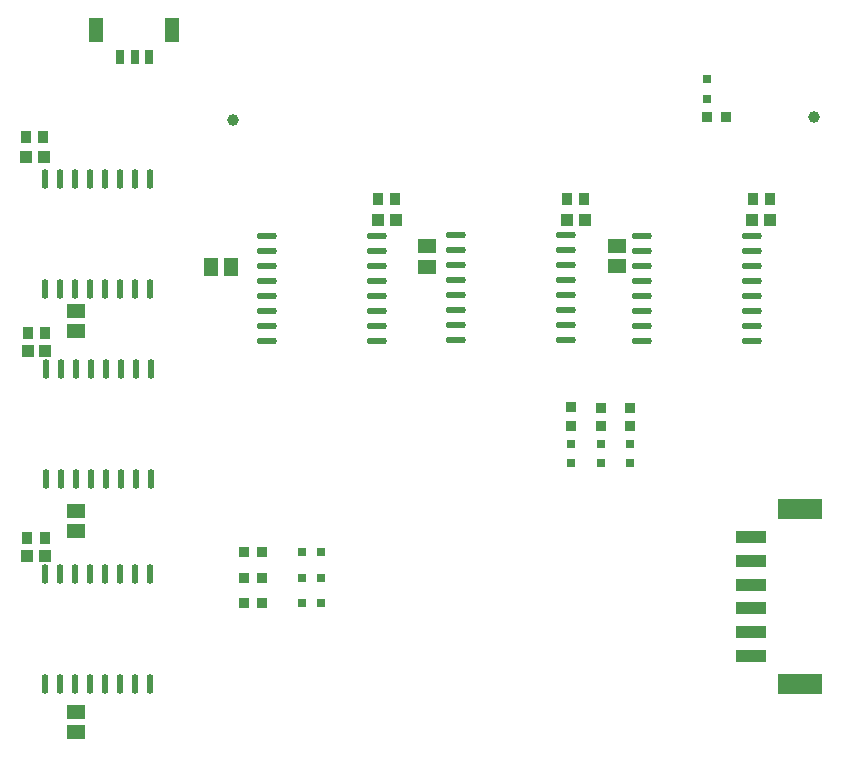
<source format=gtp>
G04*
G04 #@! TF.GenerationSoftware,Altium Limited,Altium Designer,19.1.8 (144)*
G04*
G04 Layer_Color=8421504*
%FSLAX25Y25*%
%MOIN*%
G70*
G01*
G75*
%ADD16R,0.03347X0.03543*%
%ADD17R,0.03543X0.03347*%
%ADD18R,0.04134X0.03937*%
%ADD19R,0.09843X0.03937*%
%ADD20R,0.14961X0.07087*%
%ADD21O,0.06693X0.02165*%
%ADD22O,0.02165X0.06693*%
%ADD23R,0.03150X0.03150*%
%ADD24R,0.03150X0.03150*%
%ADD25R,0.06102X0.04724*%
%ADD26R,0.04724X0.06102*%
%ADD27R,0.05118X0.08465*%
%ADD28R,0.03150X0.04724*%
%ADD29R,0.03740X0.04134*%
%ADD30C,0.03937*%
D16*
X538976Y381201D02*
D03*
X532874D02*
D03*
X384350Y218996D02*
D03*
X378248D02*
D03*
X384350Y227461D02*
D03*
X378248D02*
D03*
X384350Y236221D02*
D03*
X378248D02*
D03*
D17*
X487500Y278248D02*
D03*
Y284350D02*
D03*
X497539Y278150D02*
D03*
Y284252D02*
D03*
X507087Y278150D02*
D03*
Y284252D02*
D03*
D18*
X547736Y346850D02*
D03*
X553642D02*
D03*
X311713Y367815D02*
D03*
X305807D02*
D03*
X486024Y346850D02*
D03*
X491929D02*
D03*
X312205Y303051D02*
D03*
X306299D02*
D03*
X423032Y346850D02*
D03*
X428937D02*
D03*
X312106Y234842D02*
D03*
X306201D02*
D03*
D19*
X547244Y201523D02*
D03*
Y209423D02*
D03*
Y217323D02*
D03*
Y225223D02*
D03*
Y233123D02*
D03*
Y241023D02*
D03*
D20*
X563644Y192023D02*
D03*
Y250523D02*
D03*
D21*
X547564Y306382D02*
D03*
Y311382D02*
D03*
Y316382D02*
D03*
Y321382D02*
D03*
Y326382D02*
D03*
Y331382D02*
D03*
Y336382D02*
D03*
Y341382D02*
D03*
X510950Y306382D02*
D03*
Y311382D02*
D03*
Y316382D02*
D03*
Y321382D02*
D03*
Y326382D02*
D03*
Y331382D02*
D03*
Y336382D02*
D03*
Y341382D02*
D03*
X485664Y306682D02*
D03*
Y311682D02*
D03*
Y316682D02*
D03*
Y321682D02*
D03*
Y326682D02*
D03*
Y331682D02*
D03*
Y336682D02*
D03*
Y341682D02*
D03*
X449050Y306682D02*
D03*
Y311682D02*
D03*
Y316682D02*
D03*
Y321682D02*
D03*
Y326682D02*
D03*
Y331682D02*
D03*
Y336682D02*
D03*
Y341682D02*
D03*
X422664Y306582D02*
D03*
Y311582D02*
D03*
Y316582D02*
D03*
Y321582D02*
D03*
Y326582D02*
D03*
Y331582D02*
D03*
Y336582D02*
D03*
Y341582D02*
D03*
X386050Y306582D02*
D03*
Y311582D02*
D03*
Y316582D02*
D03*
Y321582D02*
D03*
Y326582D02*
D03*
Y331582D02*
D03*
Y336582D02*
D03*
Y341582D02*
D03*
D22*
X347205Y360531D02*
D03*
X342205D02*
D03*
X337205D02*
D03*
X332205D02*
D03*
X327205D02*
D03*
X322205D02*
D03*
X317205D02*
D03*
X312205D02*
D03*
X347205Y323917D02*
D03*
X342205D02*
D03*
X337205D02*
D03*
X332205D02*
D03*
X327205D02*
D03*
X322205D02*
D03*
X317205D02*
D03*
X312205D02*
D03*
X347323Y297047D02*
D03*
X342323D02*
D03*
X337323D02*
D03*
X332323D02*
D03*
X327323D02*
D03*
X322323D02*
D03*
X317323D02*
D03*
X312323D02*
D03*
X347323Y260433D02*
D03*
X342323D02*
D03*
X337323D02*
D03*
X332323D02*
D03*
X327323D02*
D03*
X322323D02*
D03*
X317323D02*
D03*
X312323D02*
D03*
X347047Y228642D02*
D03*
X342047D02*
D03*
X337047D02*
D03*
X332047D02*
D03*
X327047D02*
D03*
X322047D02*
D03*
X317047D02*
D03*
X312047D02*
D03*
X347047Y192028D02*
D03*
X342047D02*
D03*
X337047D02*
D03*
X332047D02*
D03*
X327047D02*
D03*
X322047D02*
D03*
X317047D02*
D03*
X312047D02*
D03*
D23*
X532874Y393799D02*
D03*
Y387299D02*
D03*
X487500Y265748D02*
D03*
Y272248D02*
D03*
X497539Y265748D02*
D03*
Y272248D02*
D03*
X507087Y265748D02*
D03*
Y272248D02*
D03*
D24*
X404134Y218996D02*
D03*
X397634D02*
D03*
X404134Y227461D02*
D03*
X397634D02*
D03*
X404134Y236221D02*
D03*
X397634D02*
D03*
D25*
X502559Y331398D02*
D03*
Y338090D02*
D03*
X322342Y316634D02*
D03*
Y309941D02*
D03*
X439468Y331299D02*
D03*
Y337992D02*
D03*
X322342Y249902D02*
D03*
Y243209D02*
D03*
X322244Y182874D02*
D03*
Y176181D02*
D03*
D26*
X374016Y331004D02*
D03*
X367323D02*
D03*
D27*
X329131Y410039D02*
D03*
X354331D02*
D03*
D28*
X337031Y401039D02*
D03*
X341931D02*
D03*
X346831D02*
D03*
D29*
X553642Y353740D02*
D03*
X547933D02*
D03*
X305807Y374409D02*
D03*
X311516D02*
D03*
X491732Y353740D02*
D03*
X486024D02*
D03*
X306299Y309252D02*
D03*
X312008D02*
D03*
X428839Y353740D02*
D03*
X423130D02*
D03*
X306201Y240945D02*
D03*
X311909D02*
D03*
D30*
X568504Y381201D02*
D03*
X374657Y380082D02*
D03*
M02*

</source>
